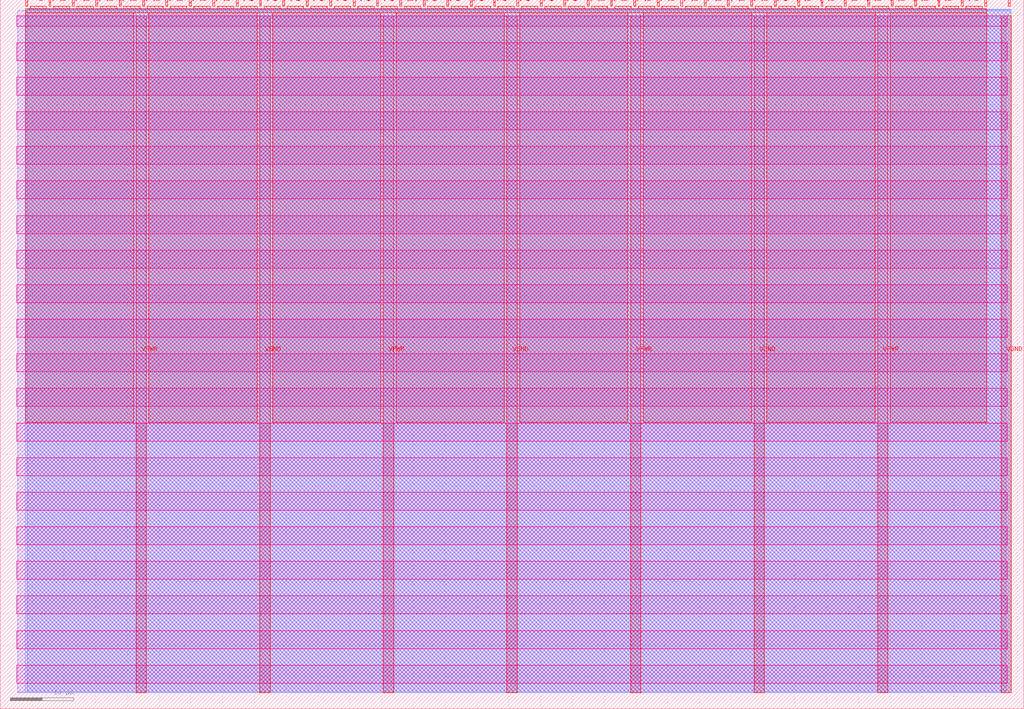
<source format=lef>
VERSION 5.7 ;
  NOWIREEXTENSIONATPIN ON ;
  DIVIDERCHAR "/" ;
  BUSBITCHARS "[]" ;
MACRO tt_um_digitaler_filter_rathmayr
  CLASS BLOCK ;
  FOREIGN tt_um_digitaler_filter_rathmayr ;
  ORIGIN 0.000 0.000 ;
  SIZE 161.000 BY 111.520 ;
  PIN VGND
    DIRECTION INOUT ;
    USE GROUND ;
    PORT
      LAYER met4 ;
        RECT 40.830 2.480 42.430 109.040 ;
    END
    PORT
      LAYER met4 ;
        RECT 79.700 2.480 81.300 109.040 ;
    END
    PORT
      LAYER met4 ;
        RECT 118.570 2.480 120.170 109.040 ;
    END
    PORT
      LAYER met4 ;
        RECT 157.440 2.480 159.040 109.040 ;
    END
  END VGND
  PIN VPWR
    DIRECTION INOUT ;
    USE POWER ;
    PORT
      LAYER met4 ;
        RECT 21.395 2.480 22.995 109.040 ;
    END
    PORT
      LAYER met4 ;
        RECT 60.265 2.480 61.865 109.040 ;
    END
    PORT
      LAYER met4 ;
        RECT 99.135 2.480 100.735 109.040 ;
    END
    PORT
      LAYER met4 ;
        RECT 138.005 2.480 139.605 109.040 ;
    END
  END VPWR
  PIN clk
    DIRECTION INPUT ;
    USE SIGNAL ;
    ANTENNAGATEAREA 0.852000 ;
    PORT
      LAYER met4 ;
        RECT 154.870 110.520 155.170 111.520 ;
    END
  END clk
  PIN ena
    DIRECTION INPUT ;
    USE SIGNAL ;
    PORT
      LAYER met4 ;
        RECT 158.550 110.520 158.850 111.520 ;
    END
  END ena
  PIN rst_n
    DIRECTION INPUT ;
    USE SIGNAL ;
    ANTENNAGATEAREA 0.213000 ;
    PORT
      LAYER met4 ;
        RECT 151.190 110.520 151.490 111.520 ;
    END
  END rst_n
  PIN ui_in[0]
    DIRECTION INPUT ;
    USE SIGNAL ;
    ANTENNAGATEAREA 0.196500 ;
    PORT
      LAYER met4 ;
        RECT 147.510 110.520 147.810 111.520 ;
    END
  END ui_in[0]
  PIN ui_in[1]
    DIRECTION INPUT ;
    USE SIGNAL ;
    ANTENNAGATEAREA 0.196500 ;
    PORT
      LAYER met4 ;
        RECT 143.830 110.520 144.130 111.520 ;
    END
  END ui_in[1]
  PIN ui_in[2]
    DIRECTION INPUT ;
    USE SIGNAL ;
    ANTENNAGATEAREA 0.196500 ;
    PORT
      LAYER met4 ;
        RECT 140.150 110.520 140.450 111.520 ;
    END
  END ui_in[2]
  PIN ui_in[3]
    DIRECTION INPUT ;
    USE SIGNAL ;
    ANTENNAGATEAREA 0.196500 ;
    PORT
      LAYER met4 ;
        RECT 136.470 110.520 136.770 111.520 ;
    END
  END ui_in[3]
  PIN ui_in[4]
    DIRECTION INPUT ;
    USE SIGNAL ;
    ANTENNAGATEAREA 0.196500 ;
    PORT
      LAYER met4 ;
        RECT 132.790 110.520 133.090 111.520 ;
    END
  END ui_in[4]
  PIN ui_in[5]
    DIRECTION INPUT ;
    USE SIGNAL ;
    ANTENNAGATEAREA 0.196500 ;
    PORT
      LAYER met4 ;
        RECT 129.110 110.520 129.410 111.520 ;
    END
  END ui_in[5]
  PIN ui_in[6]
    DIRECTION INPUT ;
    USE SIGNAL ;
    ANTENNAGATEAREA 0.196500 ;
    PORT
      LAYER met4 ;
        RECT 125.430 110.520 125.730 111.520 ;
    END
  END ui_in[6]
  PIN ui_in[7]
    DIRECTION INPUT ;
    USE SIGNAL ;
    ANTENNAGATEAREA 0.196500 ;
    PORT
      LAYER met4 ;
        RECT 121.750 110.520 122.050 111.520 ;
    END
  END ui_in[7]
  PIN uio_in[0]
    DIRECTION INPUT ;
    USE SIGNAL ;
    ANTENNAGATEAREA 0.196500 ;
    PORT
      LAYER met4 ;
        RECT 118.070 110.520 118.370 111.520 ;
    END
  END uio_in[0]
  PIN uio_in[1]
    DIRECTION INPUT ;
    USE SIGNAL ;
    ANTENNAGATEAREA 0.196500 ;
    PORT
      LAYER met4 ;
        RECT 114.390 110.520 114.690 111.520 ;
    END
  END uio_in[1]
  PIN uio_in[2]
    DIRECTION INPUT ;
    USE SIGNAL ;
    ANTENNAGATEAREA 0.196500 ;
    PORT
      LAYER met4 ;
        RECT 110.710 110.520 111.010 111.520 ;
    END
  END uio_in[2]
  PIN uio_in[3]
    DIRECTION INPUT ;
    USE SIGNAL ;
    ANTENNAGATEAREA 0.196500 ;
    PORT
      LAYER met4 ;
        RECT 107.030 110.520 107.330 111.520 ;
    END
  END uio_in[3]
  PIN uio_in[4]
    DIRECTION INPUT ;
    USE SIGNAL ;
    ANTENNAGATEAREA 0.196500 ;
    PORT
      LAYER met4 ;
        RECT 103.350 110.520 103.650 111.520 ;
    END
  END uio_in[4]
  PIN uio_in[5]
    DIRECTION INPUT ;
    USE SIGNAL ;
    ANTENNAGATEAREA 0.196500 ;
    PORT
      LAYER met4 ;
        RECT 99.670 110.520 99.970 111.520 ;
    END
  END uio_in[5]
  PIN uio_in[6]
    DIRECTION INPUT ;
    USE SIGNAL ;
    ANTENNAGATEAREA 0.196500 ;
    PORT
      LAYER met4 ;
        RECT 95.990 110.520 96.290 111.520 ;
    END
  END uio_in[6]
  PIN uio_in[7]
    DIRECTION INPUT ;
    USE SIGNAL ;
    ANTENNAGATEAREA 0.196500 ;
    PORT
      LAYER met4 ;
        RECT 92.310 110.520 92.610 111.520 ;
    END
  END uio_in[7]
  PIN uio_oe[0]
    DIRECTION OUTPUT TRISTATE ;
    USE SIGNAL ;
    PORT
      LAYER met4 ;
        RECT 29.750 110.520 30.050 111.520 ;
    END
  END uio_oe[0]
  PIN uio_oe[1]
    DIRECTION OUTPUT TRISTATE ;
    USE SIGNAL ;
    PORT
      LAYER met4 ;
        RECT 26.070 110.520 26.370 111.520 ;
    END
  END uio_oe[1]
  PIN uio_oe[2]
    DIRECTION OUTPUT TRISTATE ;
    USE SIGNAL ;
    PORT
      LAYER met4 ;
        RECT 22.390 110.520 22.690 111.520 ;
    END
  END uio_oe[2]
  PIN uio_oe[3]
    DIRECTION OUTPUT TRISTATE ;
    USE SIGNAL ;
    PORT
      LAYER met4 ;
        RECT 18.710 110.520 19.010 111.520 ;
    END
  END uio_oe[3]
  PIN uio_oe[4]
    DIRECTION OUTPUT TRISTATE ;
    USE SIGNAL ;
    PORT
      LAYER met4 ;
        RECT 15.030 110.520 15.330 111.520 ;
    END
  END uio_oe[4]
  PIN uio_oe[5]
    DIRECTION OUTPUT TRISTATE ;
    USE SIGNAL ;
    PORT
      LAYER met4 ;
        RECT 11.350 110.520 11.650 111.520 ;
    END
  END uio_oe[5]
  PIN uio_oe[6]
    DIRECTION OUTPUT TRISTATE ;
    USE SIGNAL ;
    PORT
      LAYER met4 ;
        RECT 7.670 110.520 7.970 111.520 ;
    END
  END uio_oe[6]
  PIN uio_oe[7]
    DIRECTION OUTPUT TRISTATE ;
    USE SIGNAL ;
    PORT
      LAYER met4 ;
        RECT 3.990 110.520 4.290 111.520 ;
    END
  END uio_oe[7]
  PIN uio_out[0]
    DIRECTION OUTPUT TRISTATE ;
    USE SIGNAL ;
    PORT
      LAYER met4 ;
        RECT 59.190 110.520 59.490 111.520 ;
    END
  END uio_out[0]
  PIN uio_out[1]
    DIRECTION OUTPUT TRISTATE ;
    USE SIGNAL ;
    PORT
      LAYER met4 ;
        RECT 55.510 110.520 55.810 111.520 ;
    END
  END uio_out[1]
  PIN uio_out[2]
    DIRECTION OUTPUT TRISTATE ;
    USE SIGNAL ;
    PORT
      LAYER met4 ;
        RECT 51.830 110.520 52.130 111.520 ;
    END
  END uio_out[2]
  PIN uio_out[3]
    DIRECTION OUTPUT TRISTATE ;
    USE SIGNAL ;
    PORT
      LAYER met4 ;
        RECT 48.150 110.520 48.450 111.520 ;
    END
  END uio_out[3]
  PIN uio_out[4]
    DIRECTION OUTPUT TRISTATE ;
    USE SIGNAL ;
    PORT
      LAYER met4 ;
        RECT 44.470 110.520 44.770 111.520 ;
    END
  END uio_out[4]
  PIN uio_out[5]
    DIRECTION OUTPUT TRISTATE ;
    USE SIGNAL ;
    PORT
      LAYER met4 ;
        RECT 40.790 110.520 41.090 111.520 ;
    END
  END uio_out[5]
  PIN uio_out[6]
    DIRECTION OUTPUT TRISTATE ;
    USE SIGNAL ;
    PORT
      LAYER met4 ;
        RECT 37.110 110.520 37.410 111.520 ;
    END
  END uio_out[6]
  PIN uio_out[7]
    DIRECTION OUTPUT TRISTATE ;
    USE SIGNAL ;
    PORT
      LAYER met4 ;
        RECT 33.430 110.520 33.730 111.520 ;
    END
  END uio_out[7]
  PIN uo_out[0]
    DIRECTION OUTPUT TRISTATE ;
    USE SIGNAL ;
    ANTENNADIFFAREA 0.445500 ;
    PORT
      LAYER met4 ;
        RECT 88.630 110.520 88.930 111.520 ;
    END
  END uo_out[0]
  PIN uo_out[1]
    DIRECTION OUTPUT TRISTATE ;
    USE SIGNAL ;
    ANTENNADIFFAREA 0.445500 ;
    PORT
      LAYER met4 ;
        RECT 84.950 110.520 85.250 111.520 ;
    END
  END uo_out[1]
  PIN uo_out[2]
    DIRECTION OUTPUT TRISTATE ;
    USE SIGNAL ;
    ANTENNADIFFAREA 0.445500 ;
    PORT
      LAYER met4 ;
        RECT 81.270 110.520 81.570 111.520 ;
    END
  END uo_out[2]
  PIN uo_out[3]
    DIRECTION OUTPUT TRISTATE ;
    USE SIGNAL ;
    ANTENNADIFFAREA 0.445500 ;
    PORT
      LAYER met4 ;
        RECT 77.590 110.520 77.890 111.520 ;
    END
  END uo_out[3]
  PIN uo_out[4]
    DIRECTION OUTPUT TRISTATE ;
    USE SIGNAL ;
    ANTENNADIFFAREA 0.445500 ;
    PORT
      LAYER met4 ;
        RECT 73.910 110.520 74.210 111.520 ;
    END
  END uo_out[4]
  PIN uo_out[5]
    DIRECTION OUTPUT TRISTATE ;
    USE SIGNAL ;
    ANTENNADIFFAREA 0.445500 ;
    PORT
      LAYER met4 ;
        RECT 70.230 110.520 70.530 111.520 ;
    END
  END uo_out[5]
  PIN uo_out[6]
    DIRECTION OUTPUT TRISTATE ;
    USE SIGNAL ;
    ANTENNADIFFAREA 0.445500 ;
    PORT
      LAYER met4 ;
        RECT 66.550 110.520 66.850 111.520 ;
    END
  END uo_out[6]
  PIN uo_out[7]
    DIRECTION OUTPUT TRISTATE ;
    USE SIGNAL ;
    ANTENNADIFFAREA 0.795200 ;
    PORT
      LAYER met4 ;
        RECT 62.870 110.520 63.170 111.520 ;
    END
  END uo_out[7]
  OBS
      LAYER nwell ;
        RECT 2.570 107.385 158.430 108.990 ;
        RECT 2.570 101.945 158.430 104.775 ;
        RECT 2.570 96.505 158.430 99.335 ;
        RECT 2.570 91.065 158.430 93.895 ;
        RECT 2.570 85.625 158.430 88.455 ;
        RECT 2.570 80.185 158.430 83.015 ;
        RECT 2.570 74.745 158.430 77.575 ;
        RECT 2.570 69.305 158.430 72.135 ;
        RECT 2.570 63.865 158.430 66.695 ;
        RECT 2.570 58.425 158.430 61.255 ;
        RECT 2.570 52.985 158.430 55.815 ;
        RECT 2.570 47.545 158.430 50.375 ;
        RECT 2.570 42.105 158.430 44.935 ;
        RECT 2.570 36.665 158.430 39.495 ;
        RECT 2.570 31.225 158.430 34.055 ;
        RECT 2.570 25.785 158.430 28.615 ;
        RECT 2.570 20.345 158.430 23.175 ;
        RECT 2.570 14.905 158.430 17.735 ;
        RECT 2.570 9.465 158.430 12.295 ;
        RECT 2.570 4.025 158.430 6.855 ;
      LAYER li1 ;
        RECT 2.760 2.635 158.240 108.885 ;
      LAYER met1 ;
        RECT 2.760 2.480 159.040 109.780 ;
      LAYER met2 ;
        RECT 4.230 2.535 159.010 110.005 ;
      LAYER met3 ;
        RECT 3.950 2.555 159.030 109.985 ;
      LAYER met4 ;
        RECT 4.690 110.120 7.270 110.520 ;
        RECT 8.370 110.120 10.950 110.520 ;
        RECT 12.050 110.120 14.630 110.520 ;
        RECT 15.730 110.120 18.310 110.520 ;
        RECT 19.410 110.120 21.990 110.520 ;
        RECT 23.090 110.120 25.670 110.520 ;
        RECT 26.770 110.120 29.350 110.520 ;
        RECT 30.450 110.120 33.030 110.520 ;
        RECT 34.130 110.120 36.710 110.520 ;
        RECT 37.810 110.120 40.390 110.520 ;
        RECT 41.490 110.120 44.070 110.520 ;
        RECT 45.170 110.120 47.750 110.520 ;
        RECT 48.850 110.120 51.430 110.520 ;
        RECT 52.530 110.120 55.110 110.520 ;
        RECT 56.210 110.120 58.790 110.520 ;
        RECT 59.890 110.120 62.470 110.520 ;
        RECT 63.570 110.120 66.150 110.520 ;
        RECT 67.250 110.120 69.830 110.520 ;
        RECT 70.930 110.120 73.510 110.520 ;
        RECT 74.610 110.120 77.190 110.520 ;
        RECT 78.290 110.120 80.870 110.520 ;
        RECT 81.970 110.120 84.550 110.520 ;
        RECT 85.650 110.120 88.230 110.520 ;
        RECT 89.330 110.120 91.910 110.520 ;
        RECT 93.010 110.120 95.590 110.520 ;
        RECT 96.690 110.120 99.270 110.520 ;
        RECT 100.370 110.120 102.950 110.520 ;
        RECT 104.050 110.120 106.630 110.520 ;
        RECT 107.730 110.120 110.310 110.520 ;
        RECT 111.410 110.120 113.990 110.520 ;
        RECT 115.090 110.120 117.670 110.520 ;
        RECT 118.770 110.120 121.350 110.520 ;
        RECT 122.450 110.120 125.030 110.520 ;
        RECT 126.130 110.120 128.710 110.520 ;
        RECT 129.810 110.120 132.390 110.520 ;
        RECT 133.490 110.120 136.070 110.520 ;
        RECT 137.170 110.120 139.750 110.520 ;
        RECT 140.850 110.120 143.430 110.520 ;
        RECT 144.530 110.120 147.110 110.520 ;
        RECT 148.210 110.120 150.790 110.520 ;
        RECT 151.890 110.120 154.470 110.520 ;
        RECT 3.975 109.440 155.185 110.120 ;
        RECT 3.975 45.055 20.995 109.440 ;
        RECT 23.395 45.055 40.430 109.440 ;
        RECT 42.830 45.055 59.865 109.440 ;
        RECT 62.265 45.055 79.300 109.440 ;
        RECT 81.700 45.055 98.735 109.440 ;
        RECT 101.135 45.055 118.170 109.440 ;
        RECT 120.570 45.055 137.605 109.440 ;
        RECT 140.005 45.055 155.185 109.440 ;
  END
END tt_um_digitaler_filter_rathmayr
END LIBRARY


</source>
